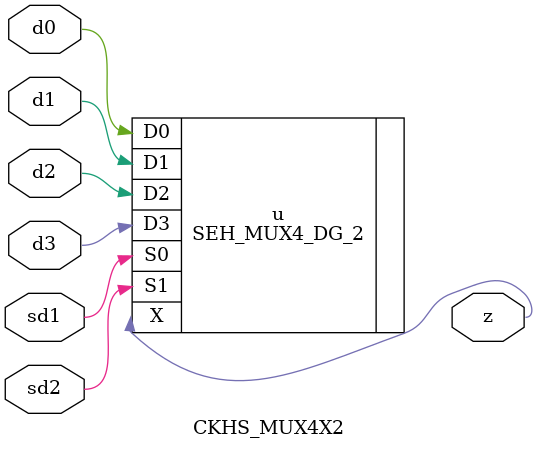
<source format=v>
`include "defines2.v"
`timescale 1 ns / 1 ps
module CKHS_MUX4X2
  (
   output z,
   input  d3,
   input  d2,
   input  d1,
   input  d0,
   input  sd2,
   input  sd1
   );

`ifdef SYNTHESIS   
   SEH_MUX4_DG_2 u
     (.X	(z),
      .D3	(d3),
      .D2	(d2),
      .D1	(d1),
      .D0	(d0),
      .S1	(sd2),
      .S0	(sd1)
      );
   
   // synopsys dc_script_begin
   // set_dont_touch u true
   // synopsys dc_script_end

`else // !`ifdef SYNTHESIS

   reg    x;
   always @(/*AUTOSENSE*/d0 or d1 or d2 or d3 or sd1 or sd2)
     begin
        case ({sd2, sd1})
          2'b00   : x = d0;
          2'b01   : x = d1;
          2'b10   : x = d2;
          2'b11   : x = d3;
          default : x = d0;
        endcase // case ({sd2, sd1})
     end

   assign z = x;
   
`endif
   
endmodule // CKHS_MUX4X2

</source>
